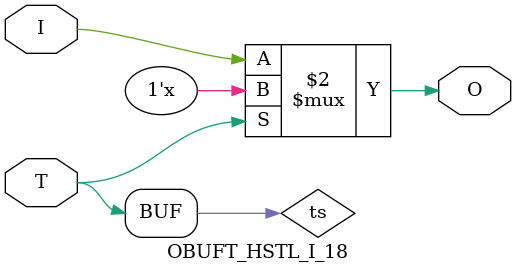
<source format=v>

/*

FUNCTION	: TRI-STATE OUTPUT BUFFER

*/

`celldefine
`timescale  100 ps / 10 ps

module OBUFT_HSTL_I_18 (O, I, T);

    output O;

    input  I, T;

    or O1 (ts, 1'b0, T);
    bufif0 T1 (O, I, ts);

endmodule

</source>
